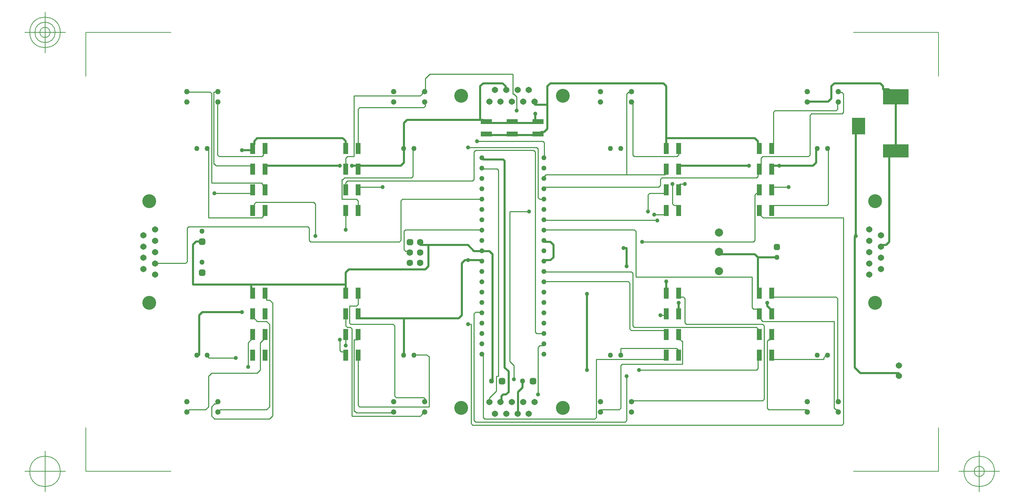
<source format=gbr>
G04 Generated by Ultiboard 13.0 *
%FSLAX34Y34*%
%MOMM*%

%ADD10C,0.0001*%
%ADD11C,0.2540*%
%ADD12C,0.5000*%
%ADD13C,0.1270*%
%ADD14C,1.2700*%
%ADD15R,0.6350X0.6350*%
%ADD16C,0.8890*%
%ADD17C,1.5366*%
%ADD18R,6.3500X3.3000*%
%ADD19R,3.3000X4.0600*%
%ADD20R,6.3500X3.8100*%
%ADD21C,1.5367*%
%ADD22C,3.4036*%
%ADD23C,1.3208*%
%ADD24C,2.0056*%
%ADD25C,1.6088*%
%ADD26R,0.5291X0.5291*%
%ADD27C,0.9949*%
%ADD28R,1.1500X2.7000*%
%ADD29R,2.7000X1.1500*%
%ADD30C,1.2446*%
%ADD31C,1.0000*%


G04 ColorRGB 0000FF for the following layer *
%LNCopper Bottom*%
%LPD*%
G54D10*
G54D11*
X1312500Y876300D02*
X1309308Y876300D01*
X1312500Y746250D02*
X1312500Y876300D01*
X1316250Y742500D02*
X1312500Y746250D01*
X1420950Y742500D02*
X1316250Y742500D01*
X1422825Y744375D02*
X1420950Y742500D01*
X1424700Y746250D02*
X1422825Y744375D01*
X1424700Y762000D02*
X1424700Y746250D01*
X1094645Y562500D02*
X1093945Y561800D01*
X1316250Y562500D02*
X1094645Y562500D01*
X1320000Y558750D02*
X1316250Y562500D01*
X1320000Y446662D02*
X1320000Y558750D01*
X1601250Y446662D02*
X1320000Y446662D01*
X1605000Y446250D02*
X1601250Y446662D01*
X1605000Y371250D02*
X1605000Y446250D01*
X1608750Y367500D02*
X1605000Y371250D01*
X1620000Y367500D02*
X1608750Y367500D01*
X1623300Y364200D02*
X1620000Y367500D01*
X1623300Y355600D02*
X1623300Y364200D01*
X607300Y326250D02*
X607300Y355600D01*
X611050Y322500D02*
X607300Y326250D01*
X611250Y322500D02*
X611050Y322500D01*
X618750Y322500D02*
X611250Y322500D01*
X622500Y318750D02*
X618750Y322500D01*
X622500Y103886D02*
X622500Y318750D01*
X791250Y103886D02*
X622500Y103886D01*
X791250Y105000D02*
X791250Y103886D01*
X795000Y108750D02*
X791250Y105000D01*
X795000Y112500D02*
X795000Y108750D01*
X796800Y114300D02*
X795000Y112500D01*
X801308Y114300D02*
X796800Y114300D01*
X607300Y562500D02*
X607300Y609600D01*
X607500Y562500D02*
X607300Y562500D01*
X1653300Y243840D02*
X1653300Y254000D01*
X1781250Y243840D02*
X1653300Y243840D01*
X1781250Y247500D02*
X1781250Y243840D01*
X1785000Y251250D02*
X1781250Y247500D01*
X1785000Y254000D02*
X1785000Y251250D01*
X1790700Y254000D02*
X1785000Y254000D01*
X637300Y397700D02*
X637300Y406400D01*
X637500Y397500D02*
X637300Y397700D01*
X637500Y378750D02*
X637500Y397500D01*
X633750Y375000D02*
X637500Y378750D01*
X616861Y375000D02*
X633750Y375000D01*
X616861Y333750D02*
X616861Y375000D01*
X618750Y330000D02*
X616861Y333750D01*
X723750Y330000D02*
X618750Y330000D01*
X727500Y326250D02*
X723750Y330000D01*
X727500Y153750D02*
X727500Y326250D01*
X731250Y150000D02*
X727500Y153750D01*
X798750Y150000D02*
X731250Y150000D01*
X802500Y146250D02*
X798750Y150000D01*
X802500Y142500D02*
X802500Y146250D01*
X802500Y140892D02*
X802500Y142500D01*
X801308Y139700D02*
X802500Y140892D01*
X607300Y719800D02*
X607300Y711200D01*
X607500Y720000D02*
X607300Y719800D01*
X607500Y738750D02*
X607500Y720000D01*
X611250Y742500D02*
X607500Y738750D01*
X627740Y742500D02*
X611250Y742500D01*
X627740Y891286D02*
X627740Y742500D01*
X791250Y891286D02*
X627740Y891286D01*
X791250Y892500D02*
X791250Y891286D01*
X795000Y896250D02*
X791250Y892500D01*
X795000Y900000D02*
X795000Y896250D01*
X796700Y901700D02*
X795000Y900000D01*
X801308Y901700D02*
X796700Y901700D01*
X1094145Y435000D02*
X1093945Y434800D01*
X1095000Y435000D02*
X1094145Y435000D01*
X1301250Y435000D02*
X1095000Y435000D01*
X1305000Y431250D02*
X1301250Y435000D01*
X1305000Y318750D02*
X1305000Y431250D01*
X1308750Y315000D02*
X1305000Y318750D01*
X1394400Y315000D02*
X1308750Y315000D01*
X1394550Y309900D02*
X1394400Y315000D01*
X1394700Y304800D02*
X1394550Y309900D01*
X637300Y667300D02*
X637300Y660400D01*
X637500Y667500D02*
X637300Y667300D01*
X697500Y667500D02*
X637500Y667500D01*
X943545Y255000D02*
X941545Y257000D01*
X945000Y255000D02*
X943545Y255000D01*
X945000Y101250D02*
X945000Y255000D01*
X948750Y97500D02*
X945000Y101250D01*
X1218750Y97500D02*
X948750Y97500D01*
X1222500Y101250D02*
X1218750Y97500D01*
X1222500Y243840D02*
X1222500Y101250D01*
X1394700Y243840D02*
X1222500Y243840D01*
X1394700Y254000D02*
X1394700Y243840D01*
X637300Y247500D02*
X637300Y254000D01*
X637500Y247500D02*
X637300Y247500D01*
X637500Y131250D02*
X637500Y247500D01*
X641250Y127500D02*
X637500Y131250D01*
X811722Y127500D02*
X641250Y127500D01*
X811722Y251250D02*
X811722Y127500D01*
X810000Y251250D02*
X811722Y251250D01*
X806250Y255000D02*
X810000Y251250D01*
X780000Y255000D02*
X806250Y255000D01*
X779000Y254000D02*
X780000Y255000D01*
X774700Y254000D02*
X779000Y254000D01*
X1312108Y142500D02*
X1309308Y139700D01*
X1631250Y142500D02*
X1312108Y142500D01*
X1635000Y146250D02*
X1631250Y142500D01*
X1635000Y326250D02*
X1635000Y146250D01*
X1631250Y330000D02*
X1635000Y326250D01*
X1443750Y330000D02*
X1631250Y330000D01*
X1440000Y333750D02*
X1443750Y330000D01*
X1440000Y393750D02*
X1440000Y333750D01*
X1436250Y397500D02*
X1440000Y393750D01*
X1425000Y397500D02*
X1436250Y397500D01*
X1424700Y397800D02*
X1425000Y397500D01*
X1424700Y406400D02*
X1424700Y397800D01*
X1306700Y901700D02*
X1309308Y901700D01*
X1305000Y900000D02*
X1306700Y901700D01*
X1301250Y900000D02*
X1305000Y900000D01*
X1297500Y896250D02*
X1301250Y900000D01*
X1297500Y697500D02*
X1297500Y896250D01*
X217500Y901308D02*
X217108Y901700D01*
X273750Y901308D02*
X217500Y901308D01*
X277500Y897558D02*
X273750Y901308D01*
X277500Y896250D02*
X277500Y897558D01*
X277500Y677711D02*
X277500Y896250D01*
X401250Y677711D02*
X277500Y677711D01*
X401250Y675000D02*
X401250Y677711D01*
X405000Y671250D02*
X401250Y675000D01*
X405000Y667500D02*
X405000Y671250D01*
X408700Y667500D02*
X405000Y667500D01*
X408700Y660400D02*
X408700Y667500D01*
X378700Y652500D02*
X378700Y660400D01*
X285000Y652500D02*
X378700Y652500D01*
X1080000Y273750D02*
X1080000Y157500D01*
X1083750Y277500D02*
X1080000Y273750D01*
X1093945Y277500D02*
X1083750Y277500D01*
X1093945Y282400D02*
X1093945Y277500D01*
X382500Y609600D02*
X378700Y609600D01*
X382500Y626250D02*
X382500Y609600D01*
X386250Y630000D02*
X382500Y626250D01*
X528750Y630000D02*
X386250Y630000D01*
X532500Y626250D02*
X528750Y630000D01*
X532500Y547500D02*
X532500Y626250D01*
X1653300Y772500D02*
X1653300Y762000D01*
X1657500Y772500D02*
X1653300Y772500D01*
X1657500Y851250D02*
X1657500Y772500D01*
X1661250Y855000D02*
X1657500Y851250D01*
X1811250Y855000D02*
X1661250Y855000D01*
X1815000Y858750D02*
X1811250Y855000D01*
X1815000Y876300D02*
X1815000Y858750D01*
X1817216Y876300D02*
X1815000Y876300D01*
X1817308Y876300D02*
X1817216Y876300D01*
X765000Y510000D02*
X765000Y506600D01*
X753750Y510000D02*
X765000Y510000D01*
X750000Y513750D02*
X753750Y510000D01*
X750000Y558750D02*
X750000Y513750D01*
X753750Y562500D02*
X750000Y558750D01*
X937500Y562500D02*
X753750Y562500D01*
X938200Y561800D02*
X937500Y562500D01*
X941545Y561800D02*
X938200Y561800D01*
X1428750Y675000D02*
X1440000Y675000D01*
X1425000Y671250D02*
X1428750Y675000D01*
X1425000Y667500D02*
X1425000Y671250D01*
X1424700Y667200D02*
X1425000Y667500D01*
X1424700Y660400D02*
X1424700Y667200D01*
X1623300Y720000D02*
X1623300Y711200D01*
X1627500Y720000D02*
X1623300Y720000D01*
X1627500Y738750D02*
X1627500Y720000D01*
X1631250Y742500D02*
X1627500Y738750D01*
X1743750Y742500D02*
X1631250Y742500D01*
X1747500Y746250D02*
X1743750Y742500D01*
X1747500Y843750D02*
X1747500Y746250D01*
X1751250Y847500D02*
X1747500Y843750D01*
X1826250Y847500D02*
X1751250Y847500D01*
X1830000Y851250D02*
X1826250Y847500D01*
X1830000Y896250D02*
X1830000Y851250D01*
X1826250Y900000D02*
X1830000Y896250D01*
X1822500Y900000D02*
X1826250Y900000D01*
X1820800Y901700D02*
X1822500Y900000D01*
X1817308Y901700D02*
X1820800Y901700D01*
X1095000Y459145D02*
X1093945Y460200D01*
X1308750Y459145D02*
X1095000Y459145D01*
X1312500Y455395D02*
X1308750Y459145D01*
X1312500Y453750D02*
X1312500Y455395D01*
X1312500Y326250D02*
X1312500Y453750D01*
X1316250Y322500D02*
X1312500Y326250D01*
X1616250Y322500D02*
X1316250Y322500D01*
X1620000Y318750D02*
X1616250Y322500D01*
X1620000Y315000D02*
X1620000Y318750D01*
X1623300Y311700D02*
X1620000Y315000D01*
X1623300Y304800D02*
X1623300Y311700D01*
X1350000Y648750D02*
X1350000Y607500D01*
X1353750Y652500D02*
X1350000Y648750D01*
X1394700Y652500D02*
X1353750Y652500D01*
X1394700Y660400D02*
X1394700Y652500D01*
X270000Y758700D02*
X266700Y762000D01*
X270000Y592290D02*
X270000Y758700D01*
X401250Y592290D02*
X270000Y592290D01*
X401250Y592500D02*
X401250Y592290D01*
X405000Y596250D02*
X401250Y592500D01*
X405000Y600000D02*
X405000Y596250D01*
X408700Y600000D02*
X405000Y600000D01*
X408700Y609600D02*
X408700Y600000D01*
X938900Y358600D02*
X941545Y358600D01*
X937500Y360000D02*
X938900Y358600D01*
X926250Y360000D02*
X937500Y360000D01*
X922500Y356250D02*
X926250Y360000D01*
X922500Y93750D02*
X922500Y356250D01*
X926250Y90000D02*
X922500Y93750D01*
X1293750Y90000D02*
X926250Y90000D01*
X1297500Y93750D02*
X1293750Y90000D01*
X1297500Y202500D02*
X1297500Y93750D01*
X1394700Y600000D02*
X1365000Y600000D01*
X1395000Y609600D02*
X1394700Y600000D01*
X1394700Y609600D02*
X1395000Y609600D01*
X637300Y858750D02*
X637300Y762000D01*
X641050Y862500D02*
X637300Y858750D01*
X641250Y862500D02*
X641050Y862500D01*
X798750Y862500D02*
X641250Y862500D01*
X802500Y866250D02*
X798750Y862500D01*
X802500Y870000D02*
X802500Y866250D01*
X801308Y871192D02*
X802500Y870000D01*
X801308Y876300D02*
X801308Y871192D01*
X1410000Y626250D02*
X1410000Y675000D01*
X1413750Y622500D02*
X1410000Y626250D01*
X1424700Y622500D02*
X1413750Y622500D01*
X1425000Y609600D02*
X1424700Y622500D01*
X1424700Y609600D02*
X1425000Y609600D01*
X1623300Y345000D02*
X1623300Y355600D01*
X1627500Y345000D02*
X1623300Y345000D01*
X1627500Y341250D02*
X1627500Y345000D01*
X1631250Y337500D02*
X1627500Y341250D01*
X1806893Y337500D02*
X1631250Y337500D01*
X1806893Y123750D02*
X1806893Y337500D01*
X1807500Y123750D02*
X1806893Y123750D01*
X1811250Y120000D02*
X1807500Y123750D01*
X1815000Y120000D02*
X1811250Y120000D01*
X1817308Y117692D02*
X1815000Y120000D01*
X1817308Y114300D02*
X1817308Y117692D01*
X1093945Y666445D02*
X1093945Y663400D01*
X1095000Y667500D02*
X1093945Y666445D01*
X1376250Y667500D02*
X1095000Y667500D01*
X1380000Y671250D02*
X1376250Y667500D01*
X1380000Y686250D02*
X1380000Y671250D01*
X1383750Y690000D02*
X1380000Y686250D01*
X1616250Y690000D02*
X1383750Y690000D01*
X1620000Y693750D02*
X1616250Y690000D01*
X1620000Y705000D02*
X1620000Y693750D01*
X1623300Y705000D02*
X1620000Y705000D01*
X1623300Y711200D02*
X1623300Y705000D01*
X142242Y479742D02*
X138700Y479742D01*
X142500Y480000D02*
X142242Y479742D01*
X213750Y480000D02*
X142500Y480000D01*
X217500Y483750D02*
X213750Y480000D01*
X217500Y566250D02*
X217500Y483750D01*
X221250Y570000D02*
X217500Y566250D01*
X513750Y570000D02*
X221250Y570000D01*
X517500Y566250D02*
X513750Y570000D01*
X517500Y536250D02*
X517500Y566250D01*
X521250Y532500D02*
X517500Y536250D01*
X738750Y532500D02*
X521250Y532500D01*
X742500Y536250D02*
X738750Y532500D01*
X742500Y633750D02*
X742500Y536250D01*
X746250Y637500D02*
X742500Y633750D01*
X937500Y637500D02*
X746250Y637500D01*
X938000Y638000D02*
X937500Y637500D01*
X941545Y638000D02*
X938000Y638000D01*
X1650000Y304800D02*
X1653300Y304800D01*
X1650000Y292500D02*
X1650000Y304800D01*
X1646250Y292500D02*
X1650000Y292500D01*
X1642500Y288750D02*
X1646250Y292500D01*
X1642500Y123750D02*
X1642500Y288750D01*
X1646250Y120000D02*
X1642500Y123750D01*
X1740000Y120000D02*
X1646250Y120000D01*
X1741108Y118892D02*
X1740000Y120000D01*
X1741108Y114300D02*
X1741108Y118892D01*
X915000Y330000D02*
X907500Y330000D01*
X915000Y86250D02*
X915000Y330000D01*
X918750Y82500D02*
X915000Y86250D01*
X1826250Y82500D02*
X918750Y82500D01*
X1830000Y86250D02*
X1826250Y82500D01*
X1830000Y592290D02*
X1830000Y86250D01*
X1631250Y592290D02*
X1830000Y592290D01*
X1631250Y592500D02*
X1631250Y592290D01*
X1627500Y596250D02*
X1631250Y592500D01*
X1627500Y600000D02*
X1627500Y596250D01*
X1623300Y600000D02*
X1627500Y600000D01*
X1623300Y609600D02*
X1623300Y600000D01*
X292500Y900892D02*
X293308Y901700D01*
X282893Y900892D02*
X292500Y900892D01*
X282893Y900000D02*
X282893Y900892D01*
X282893Y723750D02*
X282893Y900000D01*
X285000Y723750D02*
X282893Y723750D01*
X288750Y720000D02*
X285000Y723750D01*
X378700Y720000D02*
X288750Y720000D01*
X378700Y711200D02*
X378700Y720000D01*
X607300Y277500D02*
X607300Y304800D01*
X607500Y277500D02*
X607300Y277500D01*
X293308Y870808D02*
X293308Y876300D01*
X292500Y870000D02*
X293308Y870808D01*
X292500Y746250D02*
X292500Y870000D01*
X296250Y742500D02*
X292500Y746250D01*
X401250Y742500D02*
X296250Y742500D01*
X405000Y746250D02*
X401250Y742500D01*
X405000Y750000D02*
X405000Y746250D01*
X408700Y753700D02*
X405000Y750000D01*
X408700Y762000D02*
X408700Y753700D01*
X801308Y906308D02*
X801308Y901700D01*
X802500Y907500D02*
X801308Y906308D01*
X802500Y933750D02*
X802500Y907500D01*
X1020000Y896250D02*
X1017777Y896250D01*
X1027500Y888750D02*
X1020000Y896250D01*
X1027500Y855000D02*
X1027500Y888750D01*
X1091250Y780000D02*
X930000Y780000D01*
X1095000Y776250D02*
X1091250Y780000D01*
X1095000Y742500D02*
X1095000Y776250D01*
X1093945Y741445D02*
X1095000Y742500D01*
X1093945Y739600D02*
X1093945Y741445D01*
X607300Y667300D02*
X607300Y660400D01*
X607500Y667500D02*
X607300Y667300D01*
X607500Y678750D02*
X607500Y667500D01*
X611250Y682500D02*
X607500Y678750D01*
X918750Y682500D02*
X611250Y682500D01*
X922500Y686250D02*
X918750Y682500D01*
X922500Y753750D02*
X922500Y686250D01*
X926250Y757500D02*
X922500Y753750D01*
X1068750Y757500D02*
X926250Y757500D01*
X1072500Y753750D02*
X1068750Y757500D01*
X1072500Y311250D02*
X1072500Y753750D01*
X1076250Y307500D02*
X1072500Y311250D01*
X1093190Y307500D02*
X1076250Y307500D01*
X1093568Y307650D02*
X1093190Y307500D01*
X1093945Y307800D02*
X1093568Y307650D01*
X1616250Y217500D02*
X1327500Y217500D01*
X1620000Y221250D02*
X1616250Y217500D01*
X1620000Y247500D02*
X1620000Y221250D01*
X1623300Y247500D02*
X1620000Y247500D01*
X1623300Y254000D02*
X1623300Y247500D01*
X943245Y712500D02*
X941545Y714200D01*
X945000Y712500D02*
X943245Y712500D01*
X978750Y712500D02*
X945000Y712500D01*
X982500Y708750D02*
X978750Y712500D01*
X982500Y202500D02*
X982500Y708750D01*
X960056Y142444D02*
X960000Y142500D01*
X960056Y138700D02*
X960056Y142444D01*
X637300Y633750D02*
X637300Y609600D01*
X635425Y635625D02*
X637300Y633750D01*
X633550Y637500D02*
X635425Y635625D01*
X597740Y637500D02*
X633550Y637500D01*
X597740Y686250D02*
X597740Y637500D01*
X600000Y686250D02*
X597740Y686250D01*
X603750Y690000D02*
X600000Y686250D01*
X768750Y690000D02*
X603750Y690000D01*
X772500Y693750D02*
X768750Y690000D01*
X772500Y757500D02*
X772500Y693750D01*
X772500Y759800D02*
X772500Y757500D01*
X774700Y762000D02*
X772500Y759800D01*
X1653300Y667500D02*
X1653300Y660400D01*
X1695000Y667500D02*
X1653300Y667500D01*
X1653300Y618300D02*
X1653300Y609600D01*
X1657500Y622500D02*
X1653300Y618300D01*
X1788750Y622500D02*
X1657500Y622500D01*
X1792500Y626250D02*
X1788750Y622500D01*
X1792500Y757500D02*
X1792500Y626250D01*
X1790700Y759300D02*
X1792500Y757500D01*
X1790700Y762000D02*
X1790700Y759300D01*
X607300Y262500D02*
X607300Y254000D01*
X596250Y262500D02*
X607300Y262500D01*
X592500Y266250D02*
X596250Y262500D01*
X592500Y292500D02*
X592500Y266250D01*
X1095000Y586145D02*
X1093945Y587200D01*
X1372500Y586145D02*
X1095000Y586145D01*
X1372500Y585000D02*
X1372500Y586145D01*
X637300Y292500D02*
X637300Y304800D01*
X627740Y292500D02*
X637300Y292500D01*
X627740Y116250D02*
X627740Y292500D01*
X630000Y116250D02*
X627740Y116250D01*
X633750Y112500D02*
X630000Y116250D01*
X720000Y112500D02*
X633750Y112500D01*
X721800Y114300D02*
X720000Y112500D01*
X725108Y114300D02*
X721800Y114300D01*
X1282500Y254200D02*
X1282700Y254000D01*
X1282500Y255000D02*
X1282500Y254200D01*
X1282500Y271311D02*
X1282500Y255000D01*
X1421250Y271311D02*
X1282500Y271311D01*
X1421250Y270000D02*
X1421250Y271311D01*
X1425000Y266250D02*
X1421250Y270000D01*
X1425000Y262500D02*
X1425000Y266250D01*
X1424700Y262200D02*
X1425000Y262500D01*
X1424700Y254000D02*
X1424700Y262200D01*
X1394700Y352500D02*
X1380000Y352500D01*
X1394700Y355600D02*
X1394700Y352500D01*
X1095000Y689855D02*
X1093945Y688800D01*
X1095000Y693750D02*
X1095000Y689855D01*
X1098750Y697500D02*
X1095000Y693750D01*
X1391250Y697500D02*
X1098750Y697500D01*
X1395000Y701250D02*
X1391250Y697500D01*
X1395000Y705000D02*
X1395000Y701250D01*
X1394700Y705000D02*
X1395000Y705000D01*
X1394700Y711200D02*
X1394700Y705000D01*
X1608750Y532500D02*
X1335000Y532500D01*
X1612500Y536250D02*
X1608750Y532500D01*
X1612500Y648750D02*
X1612500Y536250D01*
X1616250Y652500D02*
X1612500Y648750D01*
X1623300Y652500D02*
X1616250Y652500D01*
X1623300Y660400D02*
X1623300Y652500D01*
X1653300Y397500D02*
X1653300Y406400D01*
X1811250Y397500D02*
X1653300Y397500D01*
X1815000Y393750D02*
X1811250Y397500D01*
X1815000Y142008D02*
X1815000Y393750D01*
X1817308Y139700D02*
X1815000Y142008D01*
X1076250Y765000D02*
X907500Y765000D01*
X1080000Y761250D02*
X1076250Y765000D01*
X1080000Y641250D02*
X1080000Y761250D01*
X1083750Y637500D02*
X1080000Y641250D01*
X1093945Y637500D02*
X1083750Y637500D01*
X1094500Y638000D02*
X1093945Y637500D01*
X1093945Y638000D02*
X1094500Y638000D01*
X1233108Y120000D02*
X1233108Y114300D01*
X1278750Y120000D02*
X1233108Y120000D01*
X1282500Y123750D02*
X1278750Y120000D01*
X1282500Y228750D02*
X1282500Y123750D01*
X1286250Y232500D02*
X1282500Y228750D01*
X1434261Y232500D02*
X1286250Y232500D01*
X1434261Y288750D02*
X1434261Y232500D01*
X1432500Y288750D02*
X1434261Y288750D01*
X1428750Y292500D02*
X1432500Y288750D01*
X1425000Y292500D02*
X1428750Y292500D01*
X1424700Y292500D02*
X1425000Y292500D01*
X1424700Y304800D02*
X1424700Y292500D01*
X1017033Y945120D02*
X1017777Y944376D01*
X813870Y945120D02*
X802500Y933750D01*
X1017777Y896250D02*
X1017777Y944376D01*
X1017033Y945120D02*
X813870Y945120D01*
X1020000Y228990D02*
X1020000Y195000D01*
X1010080Y606756D02*
X1010824Y607500D01*
X1010080Y238910D02*
X1020000Y228990D01*
X1057500Y607500D02*
X1010824Y607500D01*
X1010080Y606756D02*
X1010080Y238910D01*
X960000Y142500D02*
X960000Y149030D01*
X977420Y201756D02*
X978164Y202500D01*
X960000Y149030D02*
X977420Y166450D01*
X978164Y202500D02*
X982500Y202500D01*
X977420Y166450D02*
X977420Y201756D01*
X408700Y406400D02*
X412500Y406400D01*
X412500Y390000D01*
X420000Y390000D01*
X427500Y382500D01*
X427500Y105000D01*
X420000Y97500D01*
X285000Y97500D01*
X277500Y105000D01*
X277500Y127500D01*
X285000Y135000D01*
X288608Y135000D01*
X293308Y139700D01*
X378700Y355600D02*
X378700Y348800D01*
X390000Y337500D01*
X412500Y337500D01*
X420000Y330000D01*
X420000Y127500D01*
X412500Y120000D01*
X299008Y120000D01*
X293308Y114300D01*
X408700Y304800D02*
X408700Y296200D01*
X397500Y285000D01*
X397500Y217500D01*
X390000Y210000D01*
X277500Y210000D01*
X270000Y202500D01*
X270000Y127500D01*
X262500Y120000D01*
X222808Y120000D01*
X217108Y114300D01*
X367500Y225000D02*
X367500Y285000D01*
X378700Y296200D01*
X378700Y304800D01*
X337500Y247500D02*
X270000Y247500D01*
X270000Y250700D01*
X266700Y254000D01*
G54D12*
X1030350Y111331D02*
X1029271Y110252D01*
X1030350Y163567D02*
X1030350Y111331D01*
X1041400Y174617D02*
X1030350Y163567D01*
X1041400Y190500D02*
X1041400Y174617D01*
X1925477Y525000D02*
X1921748Y521271D01*
X1935000Y525000D02*
X1925477Y525000D01*
X1942500Y532500D02*
X1935000Y525000D01*
X1942500Y756510D02*
X1942500Y532500D01*
X1958564Y756510D02*
X1942500Y756510D01*
X1958564Y756510D02*
X1957500Y756510D01*
X1958564Y889410D02*
X1958564Y756510D01*
X1958564Y889410D02*
X1940474Y907500D01*
X1927500Y907500D02*
X1927500Y915000D01*
X1940474Y907500D02*
X1927500Y907500D01*
X1927500Y915000D02*
X1920000Y922500D01*
X1807500Y922500D01*
X1800000Y915000D01*
X1800000Y885000D01*
X1792500Y877500D01*
X1747500Y877500D01*
X1746300Y876300D02*
X1741108Y876300D01*
X1747500Y877500D02*
X1746300Y876300D01*
X1762500Y759200D02*
X1762500Y727500D01*
X1765300Y762000D02*
X1762500Y759200D01*
X1762500Y727500D02*
X1755000Y720000D01*
X1672500Y720000D01*
X1653300Y720000D02*
X1672500Y720000D01*
X1653300Y711200D02*
X1653300Y720000D01*
X1597500Y720000D02*
X1425000Y720000D01*
X1424700Y719700D02*
X1424700Y711200D01*
X1425000Y720000D02*
X1424700Y719700D01*
X1297500Y517500D02*
X1297500Y472500D01*
X1290000Y517500D02*
X1297500Y517500D01*
X1072500Y847500D02*
X1072500Y827800D01*
X1079500Y827800D01*
X1072500Y825000D02*
X1027500Y825000D01*
X1072500Y827800D02*
X1072500Y825000D01*
X1079500Y827800D02*
X1072500Y827800D01*
X1027500Y825000D02*
X1024700Y827800D01*
X1016000Y827800D01*
X1200000Y405000D02*
X1200000Y217500D01*
X1005000Y825000D02*
X960000Y825000D01*
X1007800Y827800D02*
X1005000Y825000D01*
X1016000Y827800D02*
X1007800Y827800D01*
X960000Y825000D02*
X960000Y827800D01*
X952500Y827800D01*
X945000Y827800D01*
X937500Y832500D02*
X757500Y832500D01*
X945000Y832500D02*
X937500Y832500D01*
X945000Y827800D02*
X945000Y832500D01*
X937500Y832500D02*
X937500Y915000D01*
X757500Y832500D02*
X750000Y825000D01*
X937500Y915000D02*
X945000Y922500D01*
X750000Y825000D02*
X750000Y765000D01*
X945000Y922500D02*
X990000Y922500D01*
X750000Y762700D02*
X749300Y762000D01*
X750000Y765000D02*
X750000Y762700D01*
X749300Y758200D02*
X750000Y757500D01*
X749300Y762000D02*
X749300Y758200D01*
X992333Y922500D02*
X999833Y915000D01*
X990000Y922500D02*
X992333Y922500D01*
X750000Y757500D02*
X750000Y727500D01*
X999833Y915000D02*
X999833Y907500D01*
X750000Y254700D02*
X750000Y345000D01*
X749300Y254000D02*
X750000Y254700D01*
X750000Y727500D02*
X742500Y720000D01*
X999833Y907500D02*
X1001585Y905748D01*
X750000Y345000D02*
X637500Y345000D01*
X885000Y345000D02*
X750000Y345000D01*
X742500Y720000D02*
X637500Y720000D01*
X637300Y345000D02*
X637300Y355600D01*
X637500Y345000D02*
X637300Y345000D01*
X892500Y352500D02*
X885000Y345000D01*
X637300Y720000D02*
X622500Y720000D01*
X637300Y711200D02*
X637300Y720000D01*
X637300Y719800D02*
X637300Y711200D01*
X637500Y720000D02*
X637300Y719800D01*
X892500Y480000D02*
X892500Y352500D01*
X900000Y487500D02*
X892500Y480000D01*
X907500Y487500D02*
X900000Y487500D01*
X937500Y487500D02*
X907500Y487500D01*
X592500Y720000D02*
X408700Y720000D01*
X1424700Y382500D02*
X1424700Y355600D01*
X1425000Y382500D02*
X1424700Y382500D01*
X939400Y485600D02*
X937500Y487500D01*
X941545Y485600D02*
X939400Y485600D01*
X408700Y720000D02*
X408700Y711200D01*
X1642500Y375000D02*
X1642500Y382500D01*
X1653300Y364200D02*
X1642500Y375000D01*
X1653300Y355600D02*
X1653300Y364200D01*
X990000Y140958D02*
X990000Y153750D01*
X987742Y138700D02*
X990000Y140958D01*
X990000Y153750D02*
X993750Y157500D01*
X1001250Y157500D01*
X1007540Y163790D01*
X1007540Y213990D01*
X997500Y224030D01*
X997500Y731250D01*
X993750Y735000D01*
X945000Y735000D01*
X945000Y736145D02*
X941545Y739600D01*
X945000Y735000D02*
X945000Y736145D01*
X1859880Y547500D02*
X1859880Y815322D01*
X1862068Y817510D01*
X1867144Y817510D02*
X1862068Y817510D01*
X1857340Y223910D02*
X1857340Y544960D01*
X1859880Y547500D01*
X1871250Y210000D02*
X1857340Y223910D01*
X1965000Y210000D02*
X1871250Y210000D01*
X1965960Y209040D02*
X1965000Y210000D01*
X1965960Y203200D02*
X1965960Y209040D01*
X1666000Y495000D02*
X1620000Y495000D01*
X1612500Y502500D01*
X1620000Y412500D02*
X1620000Y495000D01*
X1612500Y502500D02*
X1529500Y502500D01*
X1623300Y412500D02*
X1620000Y412500D01*
X1623300Y406400D02*
X1623300Y412500D01*
X1529500Y502500D02*
X1524000Y508000D01*
X1395000Y412500D02*
X1395000Y435000D01*
X1394700Y412500D02*
X1395000Y412500D01*
X1394700Y406400D02*
X1394700Y412500D01*
X1095000Y486655D02*
X1093945Y485600D01*
X1095000Y487500D02*
X1095000Y486655D01*
X1110000Y487500D02*
X1095000Y487500D01*
X1117500Y495000D02*
X1110000Y487500D01*
X1117500Y525000D02*
X1117500Y495000D01*
X1110000Y532500D02*
X1117500Y525000D01*
X1095000Y532500D02*
X1110000Y532500D01*
X1093945Y533555D02*
X1095000Y532500D01*
X1093945Y536400D02*
X1093945Y533555D01*
X937500Y510000D02*
X922500Y510000D01*
X938500Y511000D02*
X937500Y510000D01*
X941545Y511000D02*
X938500Y511000D01*
X945000Y510000D02*
X960000Y510000D01*
X942545Y510000D02*
X945000Y510000D01*
X941545Y511000D02*
X942545Y510000D01*
X922500Y510000D02*
X907500Y525000D01*
X960000Y510000D02*
X967500Y502500D01*
X907500Y525000D02*
X790400Y525000D01*
X967500Y502500D02*
X967500Y192800D01*
X790400Y525000D02*
X790400Y532000D01*
X810000Y525000D02*
X810000Y472500D01*
X967500Y192800D02*
X965200Y190500D01*
X1070800Y871700D02*
X1070800Y877300D01*
X1102500Y870000D02*
X1072500Y870000D01*
X1070800Y871700D01*
X810000Y472500D02*
X802500Y465000D01*
X1102500Y870000D02*
X1102500Y915000D01*
X1102500Y810000D02*
X1102500Y870000D01*
X802500Y465000D02*
X615000Y465000D01*
X1102500Y915000D02*
X1110000Y922500D01*
X1095000Y802500D02*
X1102500Y810000D01*
X615000Y465000D02*
X607500Y457500D01*
X1110000Y922500D02*
X1387500Y922500D01*
X1087500Y802500D02*
X1095000Y802500D01*
X607500Y457500D02*
X607500Y412500D01*
X1387500Y922500D02*
X1395000Y915000D01*
X1087500Y797800D02*
X1087500Y802500D01*
X1079500Y797800D02*
X1087500Y797800D01*
X1072500Y795000D02*
X1027500Y795000D01*
X1072500Y797800D02*
X1072500Y795000D01*
X1079500Y797800D02*
X1072500Y797800D01*
X607300Y412500D02*
X607300Y406400D01*
X607500Y412500D02*
X607300Y412500D01*
X1395000Y915000D02*
X1395000Y787500D01*
X1024700Y797800D02*
X1016000Y797800D01*
X1027500Y795000D02*
X1024700Y797800D01*
X232500Y427500D02*
X232500Y525000D01*
X1394700Y787500D02*
X1394700Y762000D01*
X1395000Y787500D02*
X1394700Y787500D01*
X1612500Y787500D02*
X1395000Y787500D01*
X1005000Y795000D02*
X960000Y795000D01*
X1007800Y797800D02*
X1005000Y795000D01*
X1016000Y797800D02*
X1007800Y797800D01*
X232500Y525900D02*
X240000Y533400D01*
X232500Y525000D02*
X232500Y525900D01*
X1620000Y780000D02*
X1612500Y787500D01*
X960000Y797800D02*
X952500Y797800D01*
X960000Y795000D02*
X960000Y797800D01*
X240000Y533400D02*
X254000Y533400D01*
X1620000Y772500D02*
X1620000Y780000D01*
X1623300Y769200D02*
X1620000Y772500D01*
X1623300Y762000D02*
X1623300Y769200D01*
X378700Y757500D02*
X352500Y757500D01*
X378700Y762000D02*
X378700Y757500D01*
X378700Y768700D02*
X378700Y762000D01*
X382500Y772500D02*
X378700Y768700D01*
X382500Y780000D02*
X382500Y772500D01*
X390000Y787500D02*
X382500Y780000D01*
X599800Y787500D02*
X390000Y787500D01*
X603550Y783750D02*
X599800Y787500D01*
X607300Y780000D02*
X603550Y783750D01*
X607300Y762000D02*
X607300Y780000D01*
X607500Y427500D02*
X232500Y427500D01*
X375000Y427500D02*
X375000Y406400D01*
X378700Y406400D01*
X352500Y360000D02*
X255000Y360000D01*
X247500Y352500D01*
X247500Y255000D01*
X246500Y254000D01*
X241300Y254000D01*
G54D13*
X-31464Y-31464D02*
X-31464Y76429D01*
X-31464Y-31464D02*
X178029Y-31464D01*
X2063464Y-31464D02*
X1853971Y-31464D01*
X2063464Y-31464D02*
X2063464Y76429D01*
X2063464Y1047464D02*
X2063464Y939571D01*
X2063464Y1047464D02*
X1853971Y1047464D01*
X-31464Y1047464D02*
X178029Y1047464D01*
X-31464Y1047464D02*
X-31464Y939571D01*
X-81464Y-31464D02*
X-181464Y-31464D01*
X-131464Y-81464D02*
X-131464Y18536D01*
X-168964Y-31464D02*
G75*
D01*
G02X-168964Y-31464I37500J0*
G01*
X2113464Y-31464D02*
X2213464Y-31464D01*
X2163464Y-81464D02*
X2163464Y18536D01*
X2125964Y-31464D02*
G75*
D01*
G02X2125964Y-31464I37500J0*
G01*
X2150964Y-31464D02*
G75*
D01*
G02X2150964Y-31464I12500J0*
G01*
X-81464Y1047464D02*
X-181464Y1047464D01*
X-131464Y997464D02*
X-131464Y1097464D01*
X-168964Y1047464D02*
G75*
D01*
G02X-168964Y1047464I37500J0*
G01*
X-156464Y1047464D02*
G75*
D01*
G02X-156464Y1047464I25000J0*
G01*
X-143964Y1047464D02*
G75*
D01*
G02X-143964Y1047464I12500J0*
G01*
G54D14*
X1790700Y254000D03*
X1765300Y254000D03*
X1666000Y495000D03*
X266700Y762000D03*
X241300Y762000D03*
X1790700Y762000D03*
X1765300Y762000D03*
X254000Y558800D03*
X254000Y482600D03*
X266700Y254000D03*
X241300Y254000D03*
X774700Y762000D03*
X749300Y762000D03*
X1282700Y762000D03*
X1257300Y762000D03*
X1282700Y254000D03*
X1257300Y254000D03*
X774700Y254000D03*
X749300Y254000D03*
X1041400Y190500D03*
X965200Y190500D03*
G54D15*
X1666000Y520400D03*
X254000Y533400D03*
X254000Y457200D03*
X1066800Y190500D03*
X990600Y190500D03*
G54D16*
X1662825Y517225D02*
X1669175Y517225D01*
X1669175Y523575D01*
X1662825Y523575D01*
X1662825Y517225D01*D02*
X250825Y530225D02*
X257175Y530225D01*
X257175Y536575D01*
X250825Y536575D01*
X250825Y530225D01*D02*
X250825Y454025D02*
X257175Y454025D01*
X257175Y460375D01*
X250825Y460375D01*
X250825Y454025D01*D02*
X1063625Y187325D02*
X1069975Y187325D01*
X1069975Y193675D01*
X1063625Y193675D01*
X1063625Y187325D01*D02*
X987425Y187325D02*
X993775Y187325D01*
X993775Y193675D01*
X987425Y193675D01*
X987425Y187325D01*D02*
G54D17*
X1965960Y203200D03*
X1965960Y228600D03*
G54D18*
X1958564Y756510D03*
G54D19*
X1867144Y817510D03*
G54D20*
X1958564Y889410D03*
G54D21*
X138700Y562800D03*
X138700Y507428D03*
X138700Y452056D03*
X138700Y479742D03*
X138700Y535114D03*
X110252Y465899D03*
X110252Y521271D03*
X110252Y493585D03*
X110252Y548957D03*
X1893300Y562800D03*
X1893300Y507428D03*
X1893300Y535114D03*
X1893300Y479742D03*
X1893300Y452056D03*
X1921748Y521271D03*
X1921748Y548957D03*
X1921748Y493585D03*
X1921748Y465899D03*
X1070800Y138700D03*
X1015428Y138700D03*
X1043114Y138700D03*
X987742Y138700D03*
X960056Y138700D03*
X1029271Y110252D03*
X1056957Y110252D03*
X1001585Y110252D03*
X973899Y110252D03*
X1070800Y877300D03*
X1015428Y877300D03*
X960056Y877300D03*
X987742Y877300D03*
X1043114Y877300D03*
X973899Y905748D03*
X1029271Y905748D03*
X1001585Y905748D03*
X1056957Y905748D03*
G54D22*
X124476Y382460D03*
X124476Y632396D03*
X1907524Y632396D03*
X1907524Y382460D03*
X1140396Y124476D03*
X890460Y124476D03*
X890460Y891524D03*
X1140396Y891524D03*
G54D23*
X217108Y114300D03*
X217108Y139700D03*
X293308Y114300D03*
X293308Y139700D03*
X1741108Y114300D03*
X1741108Y139700D03*
X1817308Y114300D03*
X1817308Y139700D03*
X1741108Y901700D03*
X1741108Y876300D03*
X1817308Y901700D03*
X1817308Y876300D03*
X217108Y901700D03*
X217108Y876300D03*
X725108Y901700D03*
X725108Y876300D03*
X801308Y901700D03*
X801308Y876300D03*
X1309308Y901700D03*
X1309308Y876300D03*
X1233108Y901700D03*
X1233108Y876300D03*
X1309308Y114300D03*
X1309308Y139700D03*
X1233108Y114300D03*
X1233108Y139700D03*
X801308Y114300D03*
X801308Y139700D03*
X725108Y114300D03*
X725108Y139700D03*
X293308Y901700D03*
X293308Y876300D03*
G54D24*
X1524000Y555500D03*
X1524000Y508000D03*
X1524000Y460500D03*
G54D25*
X790400Y532000D03*
X790400Y481200D03*
X765000Y481200D03*
X790400Y506600D03*
X765000Y506600D03*
G54D26*
X765000Y532000D03*
G54D27*
X762355Y529355D02*
X767645Y529355D01*
X767645Y534645D01*
X762355Y534645D01*
X762355Y529355D01*D02*
G54D28*
X378700Y609600D03*
X408700Y609600D03*
X378700Y762000D03*
X408700Y762000D03*
X1623300Y609600D03*
X1653300Y609600D03*
X1623300Y660400D03*
X1653300Y660400D03*
X1623300Y711200D03*
X1653300Y711200D03*
X1623300Y762000D03*
X1653300Y762000D03*
X607300Y406400D03*
X637300Y406400D03*
X1623300Y254000D03*
X1653300Y254000D03*
X1623300Y304800D03*
X1653300Y304800D03*
X1623300Y355600D03*
X1653300Y355600D03*
X1623300Y406400D03*
X1653300Y406400D03*
X607300Y762000D03*
X637300Y762000D03*
X1394700Y406400D03*
X1424700Y406400D03*
X1394700Y711200D03*
X1424700Y711200D03*
X1394700Y762000D03*
X1424700Y762000D03*
X1394700Y660400D03*
X1424700Y660400D03*
X1394700Y609600D03*
X1424700Y609600D03*
X607300Y609600D03*
X637300Y609600D03*
X607300Y660400D03*
X637300Y660400D03*
X607300Y711200D03*
X637300Y711200D03*
X378700Y711200D03*
X408700Y711200D03*
X378700Y660400D03*
X408700Y660400D03*
X1394700Y355600D03*
X1424700Y355600D03*
X1394700Y254000D03*
X1424700Y254000D03*
X1394700Y304800D03*
X1424700Y304800D03*
X607300Y355600D03*
X637300Y355600D03*
X607300Y254000D03*
X637300Y254000D03*
X607300Y304800D03*
X637300Y304800D03*
X378700Y304800D03*
X408700Y304800D03*
X378700Y254000D03*
X408700Y254000D03*
X378700Y355600D03*
X408700Y355600D03*
X378700Y406400D03*
X408700Y406400D03*
G54D29*
X1079500Y797800D03*
X1079500Y827800D03*
X1016000Y797800D03*
X1016000Y827800D03*
X952500Y797800D03*
X952500Y827800D03*
G54D30*
X1093945Y739600D03*
X941545Y714200D03*
X941545Y688800D03*
X941545Y663400D03*
X941545Y638000D03*
X941545Y612600D03*
X941545Y587200D03*
X941545Y536400D03*
X941545Y561800D03*
X941545Y511000D03*
X941545Y460200D03*
X941545Y485600D03*
X941545Y434800D03*
X941545Y409400D03*
X941545Y384000D03*
X941545Y358600D03*
X941545Y257000D03*
X941545Y333200D03*
X941545Y307800D03*
X941545Y282400D03*
X1093945Y587200D03*
X1093945Y714200D03*
X1093945Y688800D03*
X1093945Y663400D03*
X1093945Y638000D03*
X1093945Y612600D03*
X1093945Y536400D03*
X1093945Y561800D03*
X1093945Y511000D03*
X1093945Y460200D03*
X1093945Y485600D03*
X1093945Y434800D03*
X1093945Y257000D03*
X1093945Y409400D03*
X1093945Y384000D03*
X1093945Y358600D03*
X1093945Y333200D03*
X1093945Y307800D03*
X1093945Y282400D03*
X941545Y739600D03*
G54D31*
X1695000Y667500D03*
X1020000Y195000D03*
X1057500Y607500D03*
X697500Y667500D03*
X1327500Y217500D03*
X592500Y292500D03*
X930000Y780000D03*
X532500Y547500D03*
X1380000Y352500D03*
X1372500Y585000D03*
X1350000Y607500D03*
X1297500Y202500D03*
X1365000Y600000D03*
X1027500Y855000D03*
X607500Y562500D03*
X907500Y487500D03*
X592500Y720000D03*
X622500Y720000D03*
X1425000Y382500D03*
X1642500Y382500D03*
X1597500Y720000D03*
X1672500Y720000D03*
X1072500Y847500D03*
X1200000Y217500D03*
X1200000Y405000D03*
X1297500Y472500D03*
X1290000Y517500D03*
X907500Y765000D03*
X1440000Y675000D03*
X1410000Y675000D03*
X1860000Y547500D03*
X285000Y652500D03*
X1080000Y157500D03*
X1335000Y532500D03*
X1395000Y435000D03*
X352500Y757500D03*
X607500Y277500D03*
X907500Y330000D03*
X367500Y225000D03*
X408700Y254000D03*
X337500Y247500D03*
X378700Y254000D03*
X408700Y355600D03*
X352500Y360000D03*

M02*

</source>
